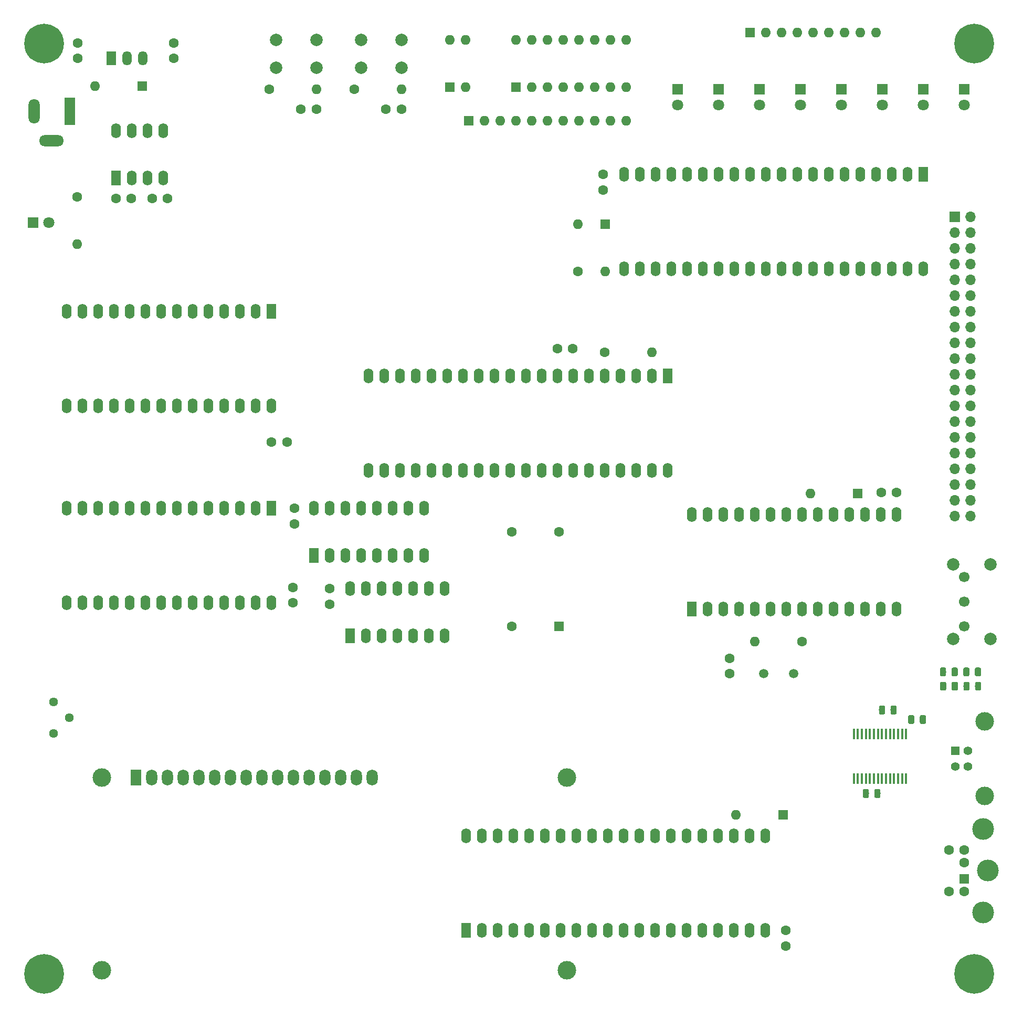
<source format=gbr>
G04 #@! TF.GenerationSoftware,KiCad,Pcbnew,(5.1.4)-1*
G04 #@! TF.CreationDate,2019-10-18T22:13:44+02:00*
G04 #@! TF.ProjectId,Retro PC,52657472-6f20-4504-932e-6b696361645f,1.0*
G04 #@! TF.SameCoordinates,Original*
G04 #@! TF.FileFunction,Soldermask,Top*
G04 #@! TF.FilePolarity,Negative*
%FSLAX46Y46*%
G04 Gerber Fmt 4.6, Leading zero omitted, Abs format (unit mm)*
G04 Created by KiCad (PCBNEW (5.1.4)-1) date 2019-10-18 22:13:44*
%MOMM*%
%LPD*%
G04 APERTURE LIST*
%ADD10C,2.000000*%
%ADD11C,1.700000*%
%ADD12C,3.000000*%
%ADD13O,1.800000X2.600000*%
%ADD14R,1.800000X2.600000*%
%ADD15C,1.440000*%
%ADD16C,3.500000*%
%ADD17C,1.600000*%
%ADD18R,1.600000X1.600000*%
%ADD19C,1.400000*%
%ADD20R,1.400000X1.400000*%
%ADD21R,1.800000X4.400000*%
%ADD22O,1.800000X4.000000*%
%ADD23O,4.000000X1.800000*%
%ADD24O,1.600000X2.400000*%
%ADD25R,1.600000X2.400000*%
%ADD26C,0.800000*%
%ADD27C,6.400000*%
%ADD28O,1.700000X1.700000*%
%ADD29R,1.700000X1.700000*%
%ADD30R,0.450000X1.750000*%
%ADD31C,0.100000*%
%ADD32C,0.975000*%
%ADD33O,1.600000X1.600000*%
%ADD34C,1.800000*%
%ADD35R,1.800000X1.800000*%
%ADD36C,1.500000*%
%ADD37O,1.500000X2.300000*%
%ADD38R,1.500000X2.300000*%
G04 APERTURE END LIST*
D10*
X289715000Y-152292000D03*
X289715000Y-140292000D03*
X295715000Y-140292000D03*
X295715000Y-152292000D03*
D11*
X291465000Y-150292000D03*
X291465000Y-146292000D03*
X291465000Y-142292000D03*
D12*
X227361000Y-174676000D03*
X227360480Y-205676700D03*
X152361900Y-205676700D03*
X152361900Y-174676000D03*
D13*
X195961000Y-174676000D03*
X193421000Y-174676000D03*
X190881000Y-174676000D03*
X188341000Y-174676000D03*
X185801000Y-174676000D03*
X183261000Y-174676000D03*
X180721000Y-174676000D03*
X178181000Y-174676000D03*
X175641000Y-174676000D03*
X173101000Y-174676000D03*
X170561000Y-174676000D03*
X168021000Y-174676000D03*
X165481000Y-174676000D03*
X162941000Y-174676000D03*
X160401000Y-174676000D03*
D14*
X157861000Y-174676000D03*
D15*
X144526000Y-162484000D03*
X147066000Y-165024000D03*
X144526000Y-167564000D03*
D16*
X295275000Y-189662000D03*
D17*
X288975000Y-186312000D03*
X288975000Y-193012000D03*
X291465000Y-186312000D03*
X291465000Y-193012000D03*
X291465000Y-188362000D03*
D18*
X291465000Y-190962000D03*
D16*
X294465000Y-182902000D03*
X294465000Y-196422000D03*
D19*
X290042600Y-172832600D03*
D12*
X294752600Y-177602600D03*
D20*
X290042600Y-170332600D03*
D19*
X292042600Y-172832600D03*
X292042600Y-170332600D03*
D12*
X294752600Y-165562600D03*
D21*
X147218400Y-67157800D03*
D22*
X141418400Y-67157800D03*
D23*
X144218400Y-71957800D03*
D24*
X179705000Y-114732000D03*
X146685000Y-99492000D03*
X177165000Y-114732000D03*
X149225000Y-99492000D03*
X174625000Y-114732000D03*
X151765000Y-99492000D03*
X172085000Y-114732000D03*
X154305000Y-99492000D03*
X169545000Y-114732000D03*
X156845000Y-99492000D03*
X167005000Y-114732000D03*
X159385000Y-99492000D03*
X164465000Y-114732000D03*
X161925000Y-99492000D03*
X161925000Y-114732000D03*
X164465000Y-99492000D03*
X159385000Y-114732000D03*
X167005000Y-99492000D03*
X156845000Y-114732000D03*
X169545000Y-99492000D03*
X154305000Y-114732000D03*
X172085000Y-99492000D03*
X151765000Y-114732000D03*
X174625000Y-99492000D03*
X149225000Y-114732000D03*
X177165000Y-99492000D03*
X146685000Y-114732000D03*
D25*
X179705000Y-99492000D03*
D24*
X179705000Y-146482000D03*
X146685000Y-131242000D03*
X177165000Y-146482000D03*
X149225000Y-131242000D03*
X174625000Y-146482000D03*
X151765000Y-131242000D03*
X172085000Y-146482000D03*
X154305000Y-131242000D03*
X169545000Y-146482000D03*
X156845000Y-131242000D03*
X167005000Y-146482000D03*
X159385000Y-131242000D03*
X164465000Y-146482000D03*
X161925000Y-131242000D03*
X161925000Y-146482000D03*
X164465000Y-131242000D03*
X159385000Y-146482000D03*
X167005000Y-131242000D03*
X156845000Y-146482000D03*
X169545000Y-131242000D03*
X154305000Y-146482000D03*
X172085000Y-131242000D03*
X151765000Y-146482000D03*
X174625000Y-131242000D03*
X149225000Y-146482000D03*
X177165000Y-131242000D03*
X146685000Y-146482000D03*
D25*
X179705000Y-131242000D03*
D24*
X186563000Y-131242000D03*
X204343000Y-138862000D03*
X189103000Y-131242000D03*
X201803000Y-138862000D03*
X191643000Y-131242000D03*
X199263000Y-138862000D03*
X194183000Y-131242000D03*
X196723000Y-138862000D03*
X196723000Y-131242000D03*
X194183000Y-138862000D03*
X199263000Y-131242000D03*
X191643000Y-138862000D03*
X201803000Y-131242000D03*
X189103000Y-138862000D03*
X204343000Y-131242000D03*
D25*
X186563000Y-138862000D03*
D26*
X294746056Y-54610944D03*
X293049000Y-53908000D03*
X291351944Y-54610944D03*
X290649000Y-56308000D03*
X291351944Y-58005056D03*
X293049000Y-58708000D03*
X294746056Y-58005056D03*
X295449000Y-56308000D03*
D27*
X293049000Y-56308000D03*
D28*
X292481000Y-132512000D03*
X289941000Y-132512000D03*
X292481000Y-129972000D03*
X289941000Y-129972000D03*
X292481000Y-127432000D03*
X289941000Y-127432000D03*
X292481000Y-124892000D03*
X289941000Y-124892000D03*
X292481000Y-122352000D03*
X289941000Y-122352000D03*
X292481000Y-119812000D03*
X289941000Y-119812000D03*
X292481000Y-117272000D03*
X289941000Y-117272000D03*
X292481000Y-114732000D03*
X289941000Y-114732000D03*
X292481000Y-112192000D03*
X289941000Y-112192000D03*
X292481000Y-109652000D03*
X289941000Y-109652000D03*
X292481000Y-107112000D03*
X289941000Y-107112000D03*
X292481000Y-104572000D03*
X289941000Y-104572000D03*
X292481000Y-102032000D03*
X289941000Y-102032000D03*
X292481000Y-99492000D03*
X289941000Y-99492000D03*
X292481000Y-96952000D03*
X289941000Y-96952000D03*
X292481000Y-94412000D03*
X289941000Y-94412000D03*
X292481000Y-91872000D03*
X289941000Y-91872000D03*
X292481000Y-89332000D03*
X289941000Y-89332000D03*
X292481000Y-86792000D03*
X289941000Y-86792000D03*
X292481000Y-84252000D03*
D29*
X289941000Y-84252000D03*
D30*
X273634400Y-167571800D03*
X274284400Y-167571800D03*
X274934400Y-167571800D03*
X275584400Y-167571800D03*
X276234400Y-167571800D03*
X276884400Y-167571800D03*
X277534400Y-167571800D03*
X278184400Y-167571800D03*
X278834400Y-167571800D03*
X279484400Y-167571800D03*
X280134400Y-167571800D03*
X280784400Y-167571800D03*
X281434400Y-167571800D03*
X282084400Y-167571800D03*
X282084400Y-174771800D03*
X281434400Y-174771800D03*
X280784400Y-174771800D03*
X280134400Y-174771800D03*
X279484400Y-174771800D03*
X278834400Y-174771800D03*
X278184400Y-174771800D03*
X277534400Y-174771800D03*
X276884400Y-174771800D03*
X276234400Y-174771800D03*
X275584400Y-174771800D03*
X274934400Y-174771800D03*
X274284400Y-174771800D03*
X273634400Y-174771800D03*
D31*
G36*
X277723422Y-176518174D02*
G01*
X277747083Y-176521684D01*
X277770287Y-176527496D01*
X277792809Y-176535554D01*
X277814433Y-176545782D01*
X277834950Y-176558079D01*
X277854163Y-176572329D01*
X277871887Y-176588393D01*
X277887951Y-176606117D01*
X277902201Y-176625330D01*
X277914498Y-176645847D01*
X277924726Y-176667471D01*
X277932784Y-176689993D01*
X277938596Y-176713197D01*
X277942106Y-176736858D01*
X277943280Y-176760750D01*
X277943280Y-177673250D01*
X277942106Y-177697142D01*
X277938596Y-177720803D01*
X277932784Y-177744007D01*
X277924726Y-177766529D01*
X277914498Y-177788153D01*
X277902201Y-177808670D01*
X277887951Y-177827883D01*
X277871887Y-177845607D01*
X277854163Y-177861671D01*
X277834950Y-177875921D01*
X277814433Y-177888218D01*
X277792809Y-177898446D01*
X277770287Y-177906504D01*
X277747083Y-177912316D01*
X277723422Y-177915826D01*
X277699530Y-177917000D01*
X277212030Y-177917000D01*
X277188138Y-177915826D01*
X277164477Y-177912316D01*
X277141273Y-177906504D01*
X277118751Y-177898446D01*
X277097127Y-177888218D01*
X277076610Y-177875921D01*
X277057397Y-177861671D01*
X277039673Y-177845607D01*
X277023609Y-177827883D01*
X277009359Y-177808670D01*
X276997062Y-177788153D01*
X276986834Y-177766529D01*
X276978776Y-177744007D01*
X276972964Y-177720803D01*
X276969454Y-177697142D01*
X276968280Y-177673250D01*
X276968280Y-176760750D01*
X276969454Y-176736858D01*
X276972964Y-176713197D01*
X276978776Y-176689993D01*
X276986834Y-176667471D01*
X276997062Y-176645847D01*
X277009359Y-176625330D01*
X277023609Y-176606117D01*
X277039673Y-176588393D01*
X277057397Y-176572329D01*
X277076610Y-176558079D01*
X277097127Y-176545782D01*
X277118751Y-176535554D01*
X277141273Y-176527496D01*
X277164477Y-176521684D01*
X277188138Y-176518174D01*
X277212030Y-176517000D01*
X277699530Y-176517000D01*
X277723422Y-176518174D01*
X277723422Y-176518174D01*
G37*
D32*
X277455780Y-177217000D03*
D31*
G36*
X275848422Y-176518174D02*
G01*
X275872083Y-176521684D01*
X275895287Y-176527496D01*
X275917809Y-176535554D01*
X275939433Y-176545782D01*
X275959950Y-176558079D01*
X275979163Y-176572329D01*
X275996887Y-176588393D01*
X276012951Y-176606117D01*
X276027201Y-176625330D01*
X276039498Y-176645847D01*
X276049726Y-176667471D01*
X276057784Y-176689993D01*
X276063596Y-176713197D01*
X276067106Y-176736858D01*
X276068280Y-176760750D01*
X276068280Y-177673250D01*
X276067106Y-177697142D01*
X276063596Y-177720803D01*
X276057784Y-177744007D01*
X276049726Y-177766529D01*
X276039498Y-177788153D01*
X276027201Y-177808670D01*
X276012951Y-177827883D01*
X275996887Y-177845607D01*
X275979163Y-177861671D01*
X275959950Y-177875921D01*
X275939433Y-177888218D01*
X275917809Y-177898446D01*
X275895287Y-177906504D01*
X275872083Y-177912316D01*
X275848422Y-177915826D01*
X275824530Y-177917000D01*
X275337030Y-177917000D01*
X275313138Y-177915826D01*
X275289477Y-177912316D01*
X275266273Y-177906504D01*
X275243751Y-177898446D01*
X275222127Y-177888218D01*
X275201610Y-177875921D01*
X275182397Y-177861671D01*
X275164673Y-177845607D01*
X275148609Y-177827883D01*
X275134359Y-177808670D01*
X275122062Y-177788153D01*
X275111834Y-177766529D01*
X275103776Y-177744007D01*
X275097964Y-177720803D01*
X275094454Y-177697142D01*
X275093280Y-177673250D01*
X275093280Y-176760750D01*
X275094454Y-176736858D01*
X275097964Y-176713197D01*
X275103776Y-176689993D01*
X275111834Y-176667471D01*
X275122062Y-176645847D01*
X275134359Y-176625330D01*
X275148609Y-176606117D01*
X275164673Y-176588393D01*
X275182397Y-176572329D01*
X275201610Y-176558079D01*
X275222127Y-176545782D01*
X275243751Y-176535554D01*
X275266273Y-176527496D01*
X275289477Y-176521684D01*
X275313138Y-176518174D01*
X275337030Y-176517000D01*
X275824530Y-176517000D01*
X275848422Y-176518174D01*
X275848422Y-176518174D01*
G37*
D32*
X275580780Y-177217000D03*
D31*
G36*
X278451142Y-163053174D02*
G01*
X278474803Y-163056684D01*
X278498007Y-163062496D01*
X278520529Y-163070554D01*
X278542153Y-163080782D01*
X278562670Y-163093079D01*
X278581883Y-163107329D01*
X278599607Y-163123393D01*
X278615671Y-163141117D01*
X278629921Y-163160330D01*
X278642218Y-163180847D01*
X278652446Y-163202471D01*
X278660504Y-163224993D01*
X278666316Y-163248197D01*
X278669826Y-163271858D01*
X278671000Y-163295750D01*
X278671000Y-164208250D01*
X278669826Y-164232142D01*
X278666316Y-164255803D01*
X278660504Y-164279007D01*
X278652446Y-164301529D01*
X278642218Y-164323153D01*
X278629921Y-164343670D01*
X278615671Y-164362883D01*
X278599607Y-164380607D01*
X278581883Y-164396671D01*
X278562670Y-164410921D01*
X278542153Y-164423218D01*
X278520529Y-164433446D01*
X278498007Y-164441504D01*
X278474803Y-164447316D01*
X278451142Y-164450826D01*
X278427250Y-164452000D01*
X277939750Y-164452000D01*
X277915858Y-164450826D01*
X277892197Y-164447316D01*
X277868993Y-164441504D01*
X277846471Y-164433446D01*
X277824847Y-164423218D01*
X277804330Y-164410921D01*
X277785117Y-164396671D01*
X277767393Y-164380607D01*
X277751329Y-164362883D01*
X277737079Y-164343670D01*
X277724782Y-164323153D01*
X277714554Y-164301529D01*
X277706496Y-164279007D01*
X277700684Y-164255803D01*
X277697174Y-164232142D01*
X277696000Y-164208250D01*
X277696000Y-163295750D01*
X277697174Y-163271858D01*
X277700684Y-163248197D01*
X277706496Y-163224993D01*
X277714554Y-163202471D01*
X277724782Y-163180847D01*
X277737079Y-163160330D01*
X277751329Y-163141117D01*
X277767393Y-163123393D01*
X277785117Y-163107329D01*
X277804330Y-163093079D01*
X277824847Y-163080782D01*
X277846471Y-163070554D01*
X277868993Y-163062496D01*
X277892197Y-163056684D01*
X277915858Y-163053174D01*
X277939750Y-163052000D01*
X278427250Y-163052000D01*
X278451142Y-163053174D01*
X278451142Y-163053174D01*
G37*
D32*
X278183500Y-163752000D03*
D31*
G36*
X280326142Y-163053174D02*
G01*
X280349803Y-163056684D01*
X280373007Y-163062496D01*
X280395529Y-163070554D01*
X280417153Y-163080782D01*
X280437670Y-163093079D01*
X280456883Y-163107329D01*
X280474607Y-163123393D01*
X280490671Y-163141117D01*
X280504921Y-163160330D01*
X280517218Y-163180847D01*
X280527446Y-163202471D01*
X280535504Y-163224993D01*
X280541316Y-163248197D01*
X280544826Y-163271858D01*
X280546000Y-163295750D01*
X280546000Y-164208250D01*
X280544826Y-164232142D01*
X280541316Y-164255803D01*
X280535504Y-164279007D01*
X280527446Y-164301529D01*
X280517218Y-164323153D01*
X280504921Y-164343670D01*
X280490671Y-164362883D01*
X280474607Y-164380607D01*
X280456883Y-164396671D01*
X280437670Y-164410921D01*
X280417153Y-164423218D01*
X280395529Y-164433446D01*
X280373007Y-164441504D01*
X280349803Y-164447316D01*
X280326142Y-164450826D01*
X280302250Y-164452000D01*
X279814750Y-164452000D01*
X279790858Y-164450826D01*
X279767197Y-164447316D01*
X279743993Y-164441504D01*
X279721471Y-164433446D01*
X279699847Y-164423218D01*
X279679330Y-164410921D01*
X279660117Y-164396671D01*
X279642393Y-164380607D01*
X279626329Y-164362883D01*
X279612079Y-164343670D01*
X279599782Y-164323153D01*
X279589554Y-164301529D01*
X279581496Y-164279007D01*
X279575684Y-164255803D01*
X279572174Y-164232142D01*
X279571000Y-164208250D01*
X279571000Y-163295750D01*
X279572174Y-163271858D01*
X279575684Y-163248197D01*
X279581496Y-163224993D01*
X279589554Y-163202471D01*
X279599782Y-163180847D01*
X279612079Y-163160330D01*
X279626329Y-163141117D01*
X279642393Y-163123393D01*
X279660117Y-163107329D01*
X279679330Y-163093079D01*
X279699847Y-163080782D01*
X279721471Y-163070554D01*
X279743993Y-163062496D01*
X279767197Y-163056684D01*
X279790858Y-163053174D01*
X279814750Y-163052000D01*
X280302250Y-163052000D01*
X280326142Y-163053174D01*
X280326142Y-163053174D01*
G37*
D32*
X280058500Y-163752000D03*
D24*
X243580000Y-125082500D03*
X195320000Y-109842500D03*
X241040000Y-125082500D03*
X197860000Y-109842500D03*
X238500000Y-125082500D03*
X200400000Y-109842500D03*
X235960000Y-125082500D03*
X202940000Y-109842500D03*
X233420000Y-125082500D03*
X205480000Y-109842500D03*
X230880000Y-125082500D03*
X208020000Y-109842500D03*
X228340000Y-125082500D03*
X210560000Y-109842500D03*
X225800000Y-125082500D03*
X213100000Y-109842500D03*
X223260000Y-125082500D03*
X215640000Y-109842500D03*
X220720000Y-125082500D03*
X218180000Y-109842500D03*
X218180000Y-125082500D03*
X220720000Y-109842500D03*
X215640000Y-125082500D03*
X223260000Y-109842500D03*
X213100000Y-125082500D03*
X225800000Y-109842500D03*
X210560000Y-125082500D03*
X228340000Y-109842500D03*
X208020000Y-125082500D03*
X230880000Y-109842500D03*
X205480000Y-125082500D03*
X233420000Y-109842500D03*
X202940000Y-125082500D03*
X235960000Y-109842500D03*
X200400000Y-125082500D03*
X238500000Y-109842500D03*
X197860000Y-125082500D03*
X241040000Y-109842500D03*
X195320000Y-125082500D03*
D25*
X243580000Y-109842500D03*
D24*
X211074000Y-184074000D03*
X259334000Y-199314000D03*
X213614000Y-184074000D03*
X256794000Y-199314000D03*
X216154000Y-184074000D03*
X254254000Y-199314000D03*
X218694000Y-184074000D03*
X251714000Y-199314000D03*
X221234000Y-184074000D03*
X249174000Y-199314000D03*
X223774000Y-184074000D03*
X246634000Y-199314000D03*
X226314000Y-184074000D03*
X244094000Y-199314000D03*
X228854000Y-184074000D03*
X241554000Y-199314000D03*
X231394000Y-184074000D03*
X239014000Y-199314000D03*
X233934000Y-184074000D03*
X236474000Y-199314000D03*
X236474000Y-184074000D03*
X233934000Y-199314000D03*
X239014000Y-184074000D03*
X231394000Y-199314000D03*
X241554000Y-184074000D03*
X228854000Y-199314000D03*
X244094000Y-184074000D03*
X226314000Y-199314000D03*
X246634000Y-184074000D03*
X223774000Y-199314000D03*
X249174000Y-184074000D03*
X221234000Y-199314000D03*
X251714000Y-184074000D03*
X218694000Y-199314000D03*
X254254000Y-184074000D03*
X216154000Y-199314000D03*
X256794000Y-184074000D03*
X213614000Y-199314000D03*
X259334000Y-184074000D03*
D25*
X211074000Y-199314000D03*
D17*
X262636000Y-201814000D03*
X262636000Y-199314000D03*
X198172700Y-66853000D03*
X200672700Y-66853000D03*
X157109600Y-81267500D03*
X154609600Y-81267500D03*
X162951600Y-81267500D03*
X160451600Y-81267500D03*
X184444000Y-66853000D03*
X186944000Y-66853000D03*
X163957000Y-56174000D03*
X163957000Y-58674000D03*
X253619000Y-155412000D03*
X253619000Y-157912000D03*
X233222800Y-79894000D03*
X233222800Y-77394000D03*
X278043000Y-128702000D03*
X280543000Y-128702000D03*
X183159400Y-143982000D03*
X183159400Y-146482000D03*
X182205000Y-120574000D03*
X179705000Y-120574000D03*
X183413400Y-133742000D03*
X183413400Y-131242000D03*
X228306000Y-105461000D03*
X225806000Y-105461000D03*
X189103000Y-146696000D03*
X189103000Y-144196000D03*
D26*
X294746056Y-204610944D03*
X293049000Y-203908000D03*
X291351944Y-204610944D03*
X290649000Y-206308000D03*
X291351944Y-208005056D03*
X293049000Y-208708000D03*
X294746056Y-208005056D03*
X295449000Y-206308000D03*
D27*
X293049000Y-206308000D03*
D26*
X144746056Y-54610944D03*
X143049000Y-53908000D03*
X141351944Y-54610944D03*
X140649000Y-56308000D03*
X141351944Y-58005056D03*
X143049000Y-58708000D03*
X144746056Y-58005056D03*
X145449000Y-56308000D03*
D27*
X143049000Y-56308000D03*
D26*
X144746056Y-204610944D03*
X143049000Y-203908000D03*
X141351944Y-204610944D03*
X140649000Y-206308000D03*
X141351944Y-208005056D03*
X143049000Y-208708000D03*
X144746056Y-208005056D03*
X145449000Y-206308000D03*
D27*
X143049000Y-206308000D03*
D10*
X200660000Y-55684000D03*
X200660000Y-60184000D03*
X194160000Y-55684000D03*
X194160000Y-60184000D03*
D33*
X200660000Y-63678000D03*
D17*
X193040000Y-63678000D03*
D33*
X148361400Y-88620800D03*
D17*
X148361400Y-81000800D03*
D34*
X143789400Y-85166400D03*
D35*
X141249400Y-85166400D03*
D24*
X192405000Y-144196000D03*
X207645000Y-151816000D03*
X194945000Y-144196000D03*
X205105000Y-151816000D03*
X197485000Y-144196000D03*
X202565000Y-151816000D03*
X200025000Y-144196000D03*
X200025000Y-151816000D03*
X202565000Y-144196000D03*
X197485000Y-151816000D03*
X205105000Y-144196000D03*
X194945000Y-151816000D03*
X207645000Y-144196000D03*
D25*
X192405000Y-151816000D03*
D24*
X284861000Y-92634000D03*
X236601000Y-77394000D03*
X282321000Y-92634000D03*
X239141000Y-77394000D03*
X279781000Y-92634000D03*
X241681000Y-77394000D03*
X277241000Y-92634000D03*
X244221000Y-77394000D03*
X274701000Y-92634000D03*
X246761000Y-77394000D03*
X272161000Y-92634000D03*
X249301000Y-77394000D03*
X269621000Y-92634000D03*
X251841000Y-77394000D03*
X267081000Y-92634000D03*
X254381000Y-77394000D03*
X264541000Y-92634000D03*
X256921000Y-77394000D03*
X262001000Y-92634000D03*
X259461000Y-77394000D03*
X259461000Y-92634000D03*
X262001000Y-77394000D03*
X256921000Y-92634000D03*
X264541000Y-77394000D03*
X254381000Y-92634000D03*
X267081000Y-77394000D03*
X251841000Y-92634000D03*
X269621000Y-77394000D03*
X249301000Y-92634000D03*
X272161000Y-77394000D03*
X246761000Y-92634000D03*
X274701000Y-77394000D03*
X244221000Y-92634000D03*
X277241000Y-77394000D03*
X241681000Y-92634000D03*
X279781000Y-77394000D03*
X239141000Y-92634000D03*
X282321000Y-77394000D03*
X236601000Y-92634000D03*
D25*
X284861000Y-77394000D03*
D24*
X247523000Y-132258000D03*
X280543000Y-147498000D03*
X250063000Y-132258000D03*
X278003000Y-147498000D03*
X252603000Y-132258000D03*
X275463000Y-147498000D03*
X255143000Y-132258000D03*
X272923000Y-147498000D03*
X257683000Y-132258000D03*
X270383000Y-147498000D03*
X260223000Y-132258000D03*
X267843000Y-147498000D03*
X262763000Y-132258000D03*
X265303000Y-147498000D03*
X265303000Y-132258000D03*
X262763000Y-147498000D03*
X267843000Y-132258000D03*
X260223000Y-147498000D03*
X270383000Y-132258000D03*
X257683000Y-147498000D03*
X272923000Y-132258000D03*
X255143000Y-147498000D03*
X275463000Y-132258000D03*
X252603000Y-147498000D03*
X278003000Y-132258000D03*
X250063000Y-147498000D03*
X280543000Y-132258000D03*
D25*
X247523000Y-147498000D03*
D33*
X257683000Y-152672220D03*
D17*
X265303000Y-152672220D03*
D36*
X263960000Y-157912000D03*
X259080000Y-157912000D03*
D33*
X236928000Y-68758000D03*
X234388000Y-68758000D03*
X231848000Y-68758000D03*
X229308000Y-68758000D03*
X226768000Y-68758000D03*
X224228000Y-68758000D03*
X221688000Y-68758000D03*
X219148000Y-68758000D03*
X216608000Y-68758000D03*
X214068000Y-68758000D03*
D18*
X211528000Y-68758000D03*
D34*
X258445000Y-66218000D03*
D35*
X258445000Y-63678000D03*
D34*
X245237000Y-66218000D03*
D35*
X245237000Y-63678000D03*
D34*
X284861000Y-66218000D03*
D35*
X284861000Y-63678000D03*
D34*
X278257000Y-66218000D03*
D35*
X278257000Y-63678000D03*
D34*
X271653000Y-66218000D03*
D35*
X271653000Y-63678000D03*
D34*
X251841000Y-66218000D03*
D35*
X251841000Y-63678000D03*
D34*
X265049000Y-66218000D03*
D35*
X265049000Y-63678000D03*
D34*
X291465000Y-66218000D03*
D35*
X291465000Y-63678000D03*
D33*
X219151000Y-55664000D03*
X236931000Y-63284000D03*
X221691000Y-55664000D03*
X234391000Y-63284000D03*
X224231000Y-55664000D03*
X231851000Y-63284000D03*
X226771000Y-55664000D03*
X229311000Y-63284000D03*
X229311000Y-55664000D03*
X226771000Y-63284000D03*
X231851000Y-55664000D03*
X224231000Y-63284000D03*
X234391000Y-55664000D03*
X221691000Y-63284000D03*
X236931000Y-55664000D03*
D18*
X219151000Y-63284000D03*
D17*
X226060000Y-135052000D03*
X218440000Y-135052000D03*
X218440000Y-150292000D03*
D18*
X226060000Y-150292000D03*
D10*
X186944000Y-55684000D03*
X186944000Y-60184000D03*
X180444000Y-55684000D03*
X180444000Y-60184000D03*
D33*
X151257000Y-63119000D03*
D18*
X158877000Y-63119000D03*
D37*
X158940500Y-58648600D03*
X156400500Y-58648600D03*
D38*
X153860500Y-58648600D03*
D33*
X208483000Y-55664000D03*
X211023000Y-63284000D03*
X211023000Y-55664000D03*
D18*
X208483000Y-63284000D03*
D33*
X277241000Y-54534000D03*
X274701000Y-54534000D03*
X272161000Y-54534000D03*
X269621000Y-54534000D03*
X267081000Y-54534000D03*
X264541000Y-54534000D03*
X262001000Y-54534000D03*
X259461000Y-54534000D03*
D18*
X256921000Y-54534000D03*
D33*
X229108000Y-85395000D03*
D17*
X229108000Y-93015000D03*
D33*
X186944000Y-63678000D03*
D17*
X179324000Y-63678000D03*
D31*
G36*
X288320142Y-159207174D02*
G01*
X288343803Y-159210684D01*
X288367007Y-159216496D01*
X288389529Y-159224554D01*
X288411153Y-159234782D01*
X288431670Y-159247079D01*
X288450883Y-159261329D01*
X288468607Y-159277393D01*
X288484671Y-159295117D01*
X288498921Y-159314330D01*
X288511218Y-159334847D01*
X288521446Y-159356471D01*
X288529504Y-159378993D01*
X288535316Y-159402197D01*
X288538826Y-159425858D01*
X288540000Y-159449750D01*
X288540000Y-160362250D01*
X288538826Y-160386142D01*
X288535316Y-160409803D01*
X288529504Y-160433007D01*
X288521446Y-160455529D01*
X288511218Y-160477153D01*
X288498921Y-160497670D01*
X288484671Y-160516883D01*
X288468607Y-160534607D01*
X288450883Y-160550671D01*
X288431670Y-160564921D01*
X288411153Y-160577218D01*
X288389529Y-160587446D01*
X288367007Y-160595504D01*
X288343803Y-160601316D01*
X288320142Y-160604826D01*
X288296250Y-160606000D01*
X287808750Y-160606000D01*
X287784858Y-160604826D01*
X287761197Y-160601316D01*
X287737993Y-160595504D01*
X287715471Y-160587446D01*
X287693847Y-160577218D01*
X287673330Y-160564921D01*
X287654117Y-160550671D01*
X287636393Y-160534607D01*
X287620329Y-160516883D01*
X287606079Y-160497670D01*
X287593782Y-160477153D01*
X287583554Y-160455529D01*
X287575496Y-160433007D01*
X287569684Y-160409803D01*
X287566174Y-160386142D01*
X287565000Y-160362250D01*
X287565000Y-159449750D01*
X287566174Y-159425858D01*
X287569684Y-159402197D01*
X287575496Y-159378993D01*
X287583554Y-159356471D01*
X287593782Y-159334847D01*
X287606079Y-159314330D01*
X287620329Y-159295117D01*
X287636393Y-159277393D01*
X287654117Y-159261329D01*
X287673330Y-159247079D01*
X287693847Y-159234782D01*
X287715471Y-159224554D01*
X287737993Y-159216496D01*
X287761197Y-159210684D01*
X287784858Y-159207174D01*
X287808750Y-159206000D01*
X288296250Y-159206000D01*
X288320142Y-159207174D01*
X288320142Y-159207174D01*
G37*
D32*
X288052500Y-159906000D03*
D31*
G36*
X290195142Y-159207174D02*
G01*
X290218803Y-159210684D01*
X290242007Y-159216496D01*
X290264529Y-159224554D01*
X290286153Y-159234782D01*
X290306670Y-159247079D01*
X290325883Y-159261329D01*
X290343607Y-159277393D01*
X290359671Y-159295117D01*
X290373921Y-159314330D01*
X290386218Y-159334847D01*
X290396446Y-159356471D01*
X290404504Y-159378993D01*
X290410316Y-159402197D01*
X290413826Y-159425858D01*
X290415000Y-159449750D01*
X290415000Y-160362250D01*
X290413826Y-160386142D01*
X290410316Y-160409803D01*
X290404504Y-160433007D01*
X290396446Y-160455529D01*
X290386218Y-160477153D01*
X290373921Y-160497670D01*
X290359671Y-160516883D01*
X290343607Y-160534607D01*
X290325883Y-160550671D01*
X290306670Y-160564921D01*
X290286153Y-160577218D01*
X290264529Y-160587446D01*
X290242007Y-160595504D01*
X290218803Y-160601316D01*
X290195142Y-160604826D01*
X290171250Y-160606000D01*
X289683750Y-160606000D01*
X289659858Y-160604826D01*
X289636197Y-160601316D01*
X289612993Y-160595504D01*
X289590471Y-160587446D01*
X289568847Y-160577218D01*
X289548330Y-160564921D01*
X289529117Y-160550671D01*
X289511393Y-160534607D01*
X289495329Y-160516883D01*
X289481079Y-160497670D01*
X289468782Y-160477153D01*
X289458554Y-160455529D01*
X289450496Y-160433007D01*
X289444684Y-160409803D01*
X289441174Y-160386142D01*
X289440000Y-160362250D01*
X289440000Y-159449750D01*
X289441174Y-159425858D01*
X289444684Y-159402197D01*
X289450496Y-159378993D01*
X289458554Y-159356471D01*
X289468782Y-159334847D01*
X289481079Y-159314330D01*
X289495329Y-159295117D01*
X289511393Y-159277393D01*
X289529117Y-159261329D01*
X289548330Y-159247079D01*
X289568847Y-159234782D01*
X289590471Y-159224554D01*
X289612993Y-159216496D01*
X289636197Y-159210684D01*
X289659858Y-159207174D01*
X289683750Y-159206000D01*
X290171250Y-159206000D01*
X290195142Y-159207174D01*
X290195142Y-159207174D01*
G37*
D32*
X289927500Y-159906000D03*
D33*
X241046000Y-106096000D03*
D17*
X233426000Y-106096000D03*
D31*
G36*
X288302142Y-156902174D02*
G01*
X288325803Y-156905684D01*
X288349007Y-156911496D01*
X288371529Y-156919554D01*
X288393153Y-156929782D01*
X288413670Y-156942079D01*
X288432883Y-156956329D01*
X288450607Y-156972393D01*
X288466671Y-156990117D01*
X288480921Y-157009330D01*
X288493218Y-157029847D01*
X288503446Y-157051471D01*
X288511504Y-157073993D01*
X288517316Y-157097197D01*
X288520826Y-157120858D01*
X288522000Y-157144750D01*
X288522000Y-158057250D01*
X288520826Y-158081142D01*
X288517316Y-158104803D01*
X288511504Y-158128007D01*
X288503446Y-158150529D01*
X288493218Y-158172153D01*
X288480921Y-158192670D01*
X288466671Y-158211883D01*
X288450607Y-158229607D01*
X288432883Y-158245671D01*
X288413670Y-158259921D01*
X288393153Y-158272218D01*
X288371529Y-158282446D01*
X288349007Y-158290504D01*
X288325803Y-158296316D01*
X288302142Y-158299826D01*
X288278250Y-158301000D01*
X287790750Y-158301000D01*
X287766858Y-158299826D01*
X287743197Y-158296316D01*
X287719993Y-158290504D01*
X287697471Y-158282446D01*
X287675847Y-158272218D01*
X287655330Y-158259921D01*
X287636117Y-158245671D01*
X287618393Y-158229607D01*
X287602329Y-158211883D01*
X287588079Y-158192670D01*
X287575782Y-158172153D01*
X287565554Y-158150529D01*
X287557496Y-158128007D01*
X287551684Y-158104803D01*
X287548174Y-158081142D01*
X287547000Y-158057250D01*
X287547000Y-157144750D01*
X287548174Y-157120858D01*
X287551684Y-157097197D01*
X287557496Y-157073993D01*
X287565554Y-157051471D01*
X287575782Y-157029847D01*
X287588079Y-157009330D01*
X287602329Y-156990117D01*
X287618393Y-156972393D01*
X287636117Y-156956329D01*
X287655330Y-156942079D01*
X287675847Y-156929782D01*
X287697471Y-156919554D01*
X287719993Y-156911496D01*
X287743197Y-156905684D01*
X287766858Y-156902174D01*
X287790750Y-156901000D01*
X288278250Y-156901000D01*
X288302142Y-156902174D01*
X288302142Y-156902174D01*
G37*
D32*
X288034500Y-157601000D03*
D31*
G36*
X290177142Y-156902174D02*
G01*
X290200803Y-156905684D01*
X290224007Y-156911496D01*
X290246529Y-156919554D01*
X290268153Y-156929782D01*
X290288670Y-156942079D01*
X290307883Y-156956329D01*
X290325607Y-156972393D01*
X290341671Y-156990117D01*
X290355921Y-157009330D01*
X290368218Y-157029847D01*
X290378446Y-157051471D01*
X290386504Y-157073993D01*
X290392316Y-157097197D01*
X290395826Y-157120858D01*
X290397000Y-157144750D01*
X290397000Y-158057250D01*
X290395826Y-158081142D01*
X290392316Y-158104803D01*
X290386504Y-158128007D01*
X290378446Y-158150529D01*
X290368218Y-158172153D01*
X290355921Y-158192670D01*
X290341671Y-158211883D01*
X290325607Y-158229607D01*
X290307883Y-158245671D01*
X290288670Y-158259921D01*
X290268153Y-158272218D01*
X290246529Y-158282446D01*
X290224007Y-158290504D01*
X290200803Y-158296316D01*
X290177142Y-158299826D01*
X290153250Y-158301000D01*
X289665750Y-158301000D01*
X289641858Y-158299826D01*
X289618197Y-158296316D01*
X289594993Y-158290504D01*
X289572471Y-158282446D01*
X289550847Y-158272218D01*
X289530330Y-158259921D01*
X289511117Y-158245671D01*
X289493393Y-158229607D01*
X289477329Y-158211883D01*
X289463079Y-158192670D01*
X289450782Y-158172153D01*
X289440554Y-158150529D01*
X289432496Y-158128007D01*
X289426684Y-158104803D01*
X289423174Y-158081142D01*
X289422000Y-158057250D01*
X289422000Y-157144750D01*
X289423174Y-157120858D01*
X289426684Y-157097197D01*
X289432496Y-157073993D01*
X289440554Y-157051471D01*
X289450782Y-157029847D01*
X289463079Y-157009330D01*
X289477329Y-156990117D01*
X289493393Y-156972393D01*
X289511117Y-156956329D01*
X289530330Y-156942079D01*
X289550847Y-156929782D01*
X289572471Y-156919554D01*
X289594993Y-156911496D01*
X289618197Y-156905684D01*
X289641858Y-156902174D01*
X289665750Y-156901000D01*
X290153250Y-156901000D01*
X290177142Y-156902174D01*
X290177142Y-156902174D01*
G37*
D32*
X289909500Y-157601000D03*
D24*
X154609600Y-70345500D03*
X162229600Y-77965500D03*
X157149600Y-70345500D03*
X159689600Y-77965500D03*
X159689600Y-70345500D03*
X157149600Y-77965500D03*
X162229600Y-70345500D03*
D25*
X154609600Y-77965500D03*
D33*
X266636500Y-128829000D03*
D18*
X274256500Y-128829000D03*
D33*
X233553000Y-93015000D03*
D18*
X233553000Y-85395000D03*
D31*
G36*
X293956642Y-159207174D02*
G01*
X293980303Y-159210684D01*
X294003507Y-159216496D01*
X294026029Y-159224554D01*
X294047653Y-159234782D01*
X294068170Y-159247079D01*
X294087383Y-159261329D01*
X294105107Y-159277393D01*
X294121171Y-159295117D01*
X294135421Y-159314330D01*
X294147718Y-159334847D01*
X294157946Y-159356471D01*
X294166004Y-159378993D01*
X294171816Y-159402197D01*
X294175326Y-159425858D01*
X294176500Y-159449750D01*
X294176500Y-160362250D01*
X294175326Y-160386142D01*
X294171816Y-160409803D01*
X294166004Y-160433007D01*
X294157946Y-160455529D01*
X294147718Y-160477153D01*
X294135421Y-160497670D01*
X294121171Y-160516883D01*
X294105107Y-160534607D01*
X294087383Y-160550671D01*
X294068170Y-160564921D01*
X294047653Y-160577218D01*
X294026029Y-160587446D01*
X294003507Y-160595504D01*
X293980303Y-160601316D01*
X293956642Y-160604826D01*
X293932750Y-160606000D01*
X293445250Y-160606000D01*
X293421358Y-160604826D01*
X293397697Y-160601316D01*
X293374493Y-160595504D01*
X293351971Y-160587446D01*
X293330347Y-160577218D01*
X293309830Y-160564921D01*
X293290617Y-160550671D01*
X293272893Y-160534607D01*
X293256829Y-160516883D01*
X293242579Y-160497670D01*
X293230282Y-160477153D01*
X293220054Y-160455529D01*
X293211996Y-160433007D01*
X293206184Y-160409803D01*
X293202674Y-160386142D01*
X293201500Y-160362250D01*
X293201500Y-159449750D01*
X293202674Y-159425858D01*
X293206184Y-159402197D01*
X293211996Y-159378993D01*
X293220054Y-159356471D01*
X293230282Y-159334847D01*
X293242579Y-159314330D01*
X293256829Y-159295117D01*
X293272893Y-159277393D01*
X293290617Y-159261329D01*
X293309830Y-159247079D01*
X293330347Y-159234782D01*
X293351971Y-159224554D01*
X293374493Y-159216496D01*
X293397697Y-159210684D01*
X293421358Y-159207174D01*
X293445250Y-159206000D01*
X293932750Y-159206000D01*
X293956642Y-159207174D01*
X293956642Y-159207174D01*
G37*
D32*
X293689000Y-159906000D03*
D31*
G36*
X292081642Y-159207174D02*
G01*
X292105303Y-159210684D01*
X292128507Y-159216496D01*
X292151029Y-159224554D01*
X292172653Y-159234782D01*
X292193170Y-159247079D01*
X292212383Y-159261329D01*
X292230107Y-159277393D01*
X292246171Y-159295117D01*
X292260421Y-159314330D01*
X292272718Y-159334847D01*
X292282946Y-159356471D01*
X292291004Y-159378993D01*
X292296816Y-159402197D01*
X292300326Y-159425858D01*
X292301500Y-159449750D01*
X292301500Y-160362250D01*
X292300326Y-160386142D01*
X292296816Y-160409803D01*
X292291004Y-160433007D01*
X292282946Y-160455529D01*
X292272718Y-160477153D01*
X292260421Y-160497670D01*
X292246171Y-160516883D01*
X292230107Y-160534607D01*
X292212383Y-160550671D01*
X292193170Y-160564921D01*
X292172653Y-160577218D01*
X292151029Y-160587446D01*
X292128507Y-160595504D01*
X292105303Y-160601316D01*
X292081642Y-160604826D01*
X292057750Y-160606000D01*
X291570250Y-160606000D01*
X291546358Y-160604826D01*
X291522697Y-160601316D01*
X291499493Y-160595504D01*
X291476971Y-160587446D01*
X291455347Y-160577218D01*
X291434830Y-160564921D01*
X291415617Y-160550671D01*
X291397893Y-160534607D01*
X291381829Y-160516883D01*
X291367579Y-160497670D01*
X291355282Y-160477153D01*
X291345054Y-160455529D01*
X291336996Y-160433007D01*
X291331184Y-160409803D01*
X291327674Y-160386142D01*
X291326500Y-160362250D01*
X291326500Y-159449750D01*
X291327674Y-159425858D01*
X291331184Y-159402197D01*
X291336996Y-159378993D01*
X291345054Y-159356471D01*
X291355282Y-159334847D01*
X291367579Y-159314330D01*
X291381829Y-159295117D01*
X291397893Y-159277393D01*
X291415617Y-159261329D01*
X291434830Y-159247079D01*
X291455347Y-159234782D01*
X291476971Y-159224554D01*
X291499493Y-159216496D01*
X291522697Y-159210684D01*
X291546358Y-159207174D01*
X291570250Y-159206000D01*
X292057750Y-159206000D01*
X292081642Y-159207174D01*
X292081642Y-159207174D01*
G37*
D32*
X291814000Y-159906000D03*
D31*
G36*
X293938642Y-156902174D02*
G01*
X293962303Y-156905684D01*
X293985507Y-156911496D01*
X294008029Y-156919554D01*
X294029653Y-156929782D01*
X294050170Y-156942079D01*
X294069383Y-156956329D01*
X294087107Y-156972393D01*
X294103171Y-156990117D01*
X294117421Y-157009330D01*
X294129718Y-157029847D01*
X294139946Y-157051471D01*
X294148004Y-157073993D01*
X294153816Y-157097197D01*
X294157326Y-157120858D01*
X294158500Y-157144750D01*
X294158500Y-158057250D01*
X294157326Y-158081142D01*
X294153816Y-158104803D01*
X294148004Y-158128007D01*
X294139946Y-158150529D01*
X294129718Y-158172153D01*
X294117421Y-158192670D01*
X294103171Y-158211883D01*
X294087107Y-158229607D01*
X294069383Y-158245671D01*
X294050170Y-158259921D01*
X294029653Y-158272218D01*
X294008029Y-158282446D01*
X293985507Y-158290504D01*
X293962303Y-158296316D01*
X293938642Y-158299826D01*
X293914750Y-158301000D01*
X293427250Y-158301000D01*
X293403358Y-158299826D01*
X293379697Y-158296316D01*
X293356493Y-158290504D01*
X293333971Y-158282446D01*
X293312347Y-158272218D01*
X293291830Y-158259921D01*
X293272617Y-158245671D01*
X293254893Y-158229607D01*
X293238829Y-158211883D01*
X293224579Y-158192670D01*
X293212282Y-158172153D01*
X293202054Y-158150529D01*
X293193996Y-158128007D01*
X293188184Y-158104803D01*
X293184674Y-158081142D01*
X293183500Y-158057250D01*
X293183500Y-157144750D01*
X293184674Y-157120858D01*
X293188184Y-157097197D01*
X293193996Y-157073993D01*
X293202054Y-157051471D01*
X293212282Y-157029847D01*
X293224579Y-157009330D01*
X293238829Y-156990117D01*
X293254893Y-156972393D01*
X293272617Y-156956329D01*
X293291830Y-156942079D01*
X293312347Y-156929782D01*
X293333971Y-156919554D01*
X293356493Y-156911496D01*
X293379697Y-156905684D01*
X293403358Y-156902174D01*
X293427250Y-156901000D01*
X293914750Y-156901000D01*
X293938642Y-156902174D01*
X293938642Y-156902174D01*
G37*
D32*
X293671000Y-157601000D03*
D31*
G36*
X292063642Y-156902174D02*
G01*
X292087303Y-156905684D01*
X292110507Y-156911496D01*
X292133029Y-156919554D01*
X292154653Y-156929782D01*
X292175170Y-156942079D01*
X292194383Y-156956329D01*
X292212107Y-156972393D01*
X292228171Y-156990117D01*
X292242421Y-157009330D01*
X292254718Y-157029847D01*
X292264946Y-157051471D01*
X292273004Y-157073993D01*
X292278816Y-157097197D01*
X292282326Y-157120858D01*
X292283500Y-157144750D01*
X292283500Y-158057250D01*
X292282326Y-158081142D01*
X292278816Y-158104803D01*
X292273004Y-158128007D01*
X292264946Y-158150529D01*
X292254718Y-158172153D01*
X292242421Y-158192670D01*
X292228171Y-158211883D01*
X292212107Y-158229607D01*
X292194383Y-158245671D01*
X292175170Y-158259921D01*
X292154653Y-158272218D01*
X292133029Y-158282446D01*
X292110507Y-158290504D01*
X292087303Y-158296316D01*
X292063642Y-158299826D01*
X292039750Y-158301000D01*
X291552250Y-158301000D01*
X291528358Y-158299826D01*
X291504697Y-158296316D01*
X291481493Y-158290504D01*
X291458971Y-158282446D01*
X291437347Y-158272218D01*
X291416830Y-158259921D01*
X291397617Y-158245671D01*
X291379893Y-158229607D01*
X291363829Y-158211883D01*
X291349579Y-158192670D01*
X291337282Y-158172153D01*
X291327054Y-158150529D01*
X291318996Y-158128007D01*
X291313184Y-158104803D01*
X291309674Y-158081142D01*
X291308500Y-158057250D01*
X291308500Y-157144750D01*
X291309674Y-157120858D01*
X291313184Y-157097197D01*
X291318996Y-157073993D01*
X291327054Y-157051471D01*
X291337282Y-157029847D01*
X291349579Y-157009330D01*
X291363829Y-156990117D01*
X291379893Y-156972393D01*
X291397617Y-156956329D01*
X291416830Y-156942079D01*
X291437347Y-156929782D01*
X291458971Y-156919554D01*
X291481493Y-156911496D01*
X291504697Y-156905684D01*
X291528358Y-156902174D01*
X291552250Y-156901000D01*
X292039750Y-156901000D01*
X292063642Y-156902174D01*
X292063642Y-156902174D01*
G37*
D32*
X291796000Y-157601000D03*
D17*
X148463000Y-56174000D03*
X148463000Y-58674000D03*
D31*
G36*
X283175142Y-164579174D02*
G01*
X283198803Y-164582684D01*
X283222007Y-164588496D01*
X283244529Y-164596554D01*
X283266153Y-164606782D01*
X283286670Y-164619079D01*
X283305883Y-164633329D01*
X283323607Y-164649393D01*
X283339671Y-164667117D01*
X283353921Y-164686330D01*
X283366218Y-164706847D01*
X283376446Y-164728471D01*
X283384504Y-164750993D01*
X283390316Y-164774197D01*
X283393826Y-164797858D01*
X283395000Y-164821750D01*
X283395000Y-165734250D01*
X283393826Y-165758142D01*
X283390316Y-165781803D01*
X283384504Y-165805007D01*
X283376446Y-165827529D01*
X283366218Y-165849153D01*
X283353921Y-165869670D01*
X283339671Y-165888883D01*
X283323607Y-165906607D01*
X283305883Y-165922671D01*
X283286670Y-165936921D01*
X283266153Y-165949218D01*
X283244529Y-165959446D01*
X283222007Y-165967504D01*
X283198803Y-165973316D01*
X283175142Y-165976826D01*
X283151250Y-165978000D01*
X282663750Y-165978000D01*
X282639858Y-165976826D01*
X282616197Y-165973316D01*
X282592993Y-165967504D01*
X282570471Y-165959446D01*
X282548847Y-165949218D01*
X282528330Y-165936921D01*
X282509117Y-165922671D01*
X282491393Y-165906607D01*
X282475329Y-165888883D01*
X282461079Y-165869670D01*
X282448782Y-165849153D01*
X282438554Y-165827529D01*
X282430496Y-165805007D01*
X282424684Y-165781803D01*
X282421174Y-165758142D01*
X282420000Y-165734250D01*
X282420000Y-164821750D01*
X282421174Y-164797858D01*
X282424684Y-164774197D01*
X282430496Y-164750993D01*
X282438554Y-164728471D01*
X282448782Y-164706847D01*
X282461079Y-164686330D01*
X282475329Y-164667117D01*
X282491393Y-164649393D01*
X282509117Y-164633329D01*
X282528330Y-164619079D01*
X282548847Y-164606782D01*
X282570471Y-164596554D01*
X282592993Y-164588496D01*
X282616197Y-164582684D01*
X282639858Y-164579174D01*
X282663750Y-164578000D01*
X283151250Y-164578000D01*
X283175142Y-164579174D01*
X283175142Y-164579174D01*
G37*
D32*
X282907500Y-165278000D03*
D31*
G36*
X285050142Y-164579174D02*
G01*
X285073803Y-164582684D01*
X285097007Y-164588496D01*
X285119529Y-164596554D01*
X285141153Y-164606782D01*
X285161670Y-164619079D01*
X285180883Y-164633329D01*
X285198607Y-164649393D01*
X285214671Y-164667117D01*
X285228921Y-164686330D01*
X285241218Y-164706847D01*
X285251446Y-164728471D01*
X285259504Y-164750993D01*
X285265316Y-164774197D01*
X285268826Y-164797858D01*
X285270000Y-164821750D01*
X285270000Y-165734250D01*
X285268826Y-165758142D01*
X285265316Y-165781803D01*
X285259504Y-165805007D01*
X285251446Y-165827529D01*
X285241218Y-165849153D01*
X285228921Y-165869670D01*
X285214671Y-165888883D01*
X285198607Y-165906607D01*
X285180883Y-165922671D01*
X285161670Y-165936921D01*
X285141153Y-165949218D01*
X285119529Y-165959446D01*
X285097007Y-165967504D01*
X285073803Y-165973316D01*
X285050142Y-165976826D01*
X285026250Y-165978000D01*
X284538750Y-165978000D01*
X284514858Y-165976826D01*
X284491197Y-165973316D01*
X284467993Y-165967504D01*
X284445471Y-165959446D01*
X284423847Y-165949218D01*
X284403330Y-165936921D01*
X284384117Y-165922671D01*
X284366393Y-165906607D01*
X284350329Y-165888883D01*
X284336079Y-165869670D01*
X284323782Y-165849153D01*
X284313554Y-165827529D01*
X284305496Y-165805007D01*
X284299684Y-165781803D01*
X284296174Y-165758142D01*
X284295000Y-165734250D01*
X284295000Y-164821750D01*
X284296174Y-164797858D01*
X284299684Y-164774197D01*
X284305496Y-164750993D01*
X284313554Y-164728471D01*
X284323782Y-164706847D01*
X284336079Y-164686330D01*
X284350329Y-164667117D01*
X284366393Y-164649393D01*
X284384117Y-164633329D01*
X284403330Y-164619079D01*
X284423847Y-164606782D01*
X284445471Y-164596554D01*
X284467993Y-164588496D01*
X284491197Y-164582684D01*
X284514858Y-164579174D01*
X284538750Y-164578000D01*
X285026250Y-164578000D01*
X285050142Y-164579174D01*
X285050142Y-164579174D01*
G37*
D32*
X284782500Y-165278000D03*
D33*
X254635000Y-180645000D03*
D18*
X262255000Y-180645000D03*
M02*

</source>
